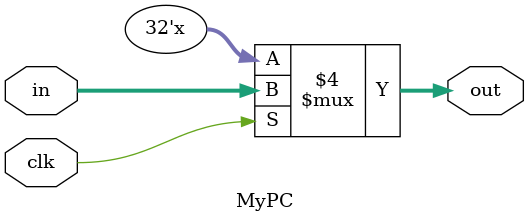
<source format=v>
module MyPC(
	input clk,
	input [31:0]in,
	output reg [31:0]out);

initial
begin
	out = 32'b0;
end
	
always@(clk)
begin
	if(clk)	
	begin
		out = in;
	end
end
endmodule

</source>
